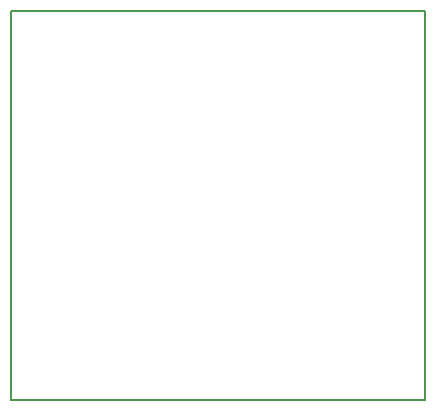
<source format=gko>
G04 #@! TF.FileFunction,Profile,NP*
%FSLAX46Y46*%
G04 Gerber Fmt 4.6, Leading zero omitted, Abs format (unit mm)*
G04 Created by KiCad (PCBNEW 4.0.2-stable) date Wed 04 May 2016 01:37:53 PM EDT*
%MOMM*%
G01*
G04 APERTURE LIST*
%ADD10C,0.100000*%
%ADD11C,0.150000*%
G04 APERTURE END LIST*
D10*
D11*
X150000000Y-85000000D02*
X115000000Y-85000000D01*
X150000000Y-52000000D02*
X150000000Y-85000000D01*
X115000000Y-52000000D02*
X150000000Y-52000000D01*
X115000000Y-85000000D02*
X115000000Y-52000000D01*
M02*

</source>
